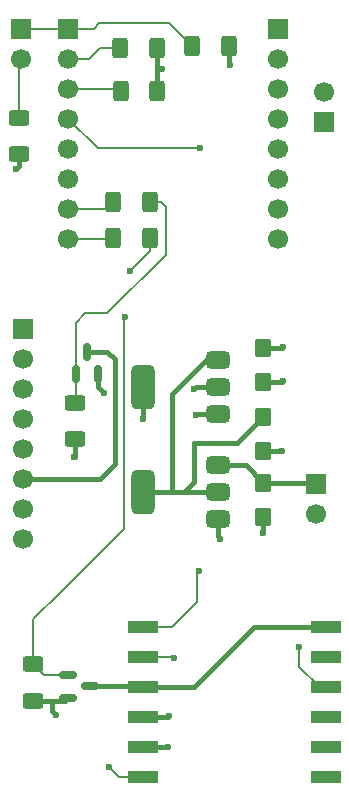
<source format=gbr>
%TF.GenerationSoftware,KiCad,Pcbnew,9.0.4*%
%TF.CreationDate,2025-09-14T15:21:26+10:00*%
%TF.ProjectId,opensenceesp32,6f70656e-7365-46e6-9365-65737033322e,rev?*%
%TF.SameCoordinates,Original*%
%TF.FileFunction,Copper,L1,Top*%
%TF.FilePolarity,Positive*%
%FSLAX46Y46*%
G04 Gerber Fmt 4.6, Leading zero omitted, Abs format (unit mm)*
G04 Created by KiCad (PCBNEW 9.0.4) date 2025-09-14 15:21:26*
%MOMM*%
%LPD*%
G01*
G04 APERTURE LIST*
G04 Aperture macros list*
%AMRoundRect*
0 Rectangle with rounded corners*
0 $1 Rounding radius*
0 $2 $3 $4 $5 $6 $7 $8 $9 X,Y pos of 4 corners*
0 Add a 4 corners polygon primitive as box body*
4,1,4,$2,$3,$4,$5,$6,$7,$8,$9,$2,$3,0*
0 Add four circle primitives for the rounded corners*
1,1,$1+$1,$2,$3*
1,1,$1+$1,$4,$5*
1,1,$1+$1,$6,$7*
1,1,$1+$1,$8,$9*
0 Add four rect primitives between the rounded corners*
20,1,$1+$1,$2,$3,$4,$5,0*
20,1,$1+$1,$4,$5,$6,$7,0*
20,1,$1+$1,$6,$7,$8,$9,0*
20,1,$1+$1,$8,$9,$2,$3,0*%
G04 Aperture macros list end*
%TA.AperFunction,ComponentPad*%
%ADD10C,1.700000*%
%TD*%
%TA.AperFunction,ComponentPad*%
%ADD11R,1.700000X1.700000*%
%TD*%
%TA.AperFunction,SMDPad,CuDef*%
%ADD12RoundRect,0.250000X0.625000X-0.400000X0.625000X0.400000X-0.625000X0.400000X-0.625000X-0.400000X0*%
%TD*%
%TA.AperFunction,SMDPad,CuDef*%
%ADD13RoundRect,0.375000X0.625000X0.375000X-0.625000X0.375000X-0.625000X-0.375000X0.625000X-0.375000X0*%
%TD*%
%TA.AperFunction,SMDPad,CuDef*%
%ADD14RoundRect,0.500000X0.500000X1.400000X-0.500000X1.400000X-0.500000X-1.400000X0.500000X-1.400000X0*%
%TD*%
%TA.AperFunction,SMDPad,CuDef*%
%ADD15RoundRect,0.250000X-0.445000X0.545000X-0.445000X-0.545000X0.445000X-0.545000X0.445000X0.545000X0*%
%TD*%
%TA.AperFunction,SMDPad,CuDef*%
%ADD16RoundRect,0.250000X-0.400000X-0.625000X0.400000X-0.625000X0.400000X0.625000X-0.400000X0.625000X0*%
%TD*%
%TA.AperFunction,SMDPad,CuDef*%
%ADD17RoundRect,0.250000X0.400000X0.625000X-0.400000X0.625000X-0.400000X-0.625000X0.400000X-0.625000X0*%
%TD*%
%TA.AperFunction,SMDPad,CuDef*%
%ADD18R,2.500000X1.000000*%
%TD*%
%TA.AperFunction,SMDPad,CuDef*%
%ADD19RoundRect,0.150000X0.150000X-0.587500X0.150000X0.587500X-0.150000X0.587500X-0.150000X-0.587500X0*%
%TD*%
%TA.AperFunction,SMDPad,CuDef*%
%ADD20RoundRect,0.150000X-0.587500X-0.150000X0.587500X-0.150000X0.587500X0.150000X-0.587500X0.150000X0*%
%TD*%
%TA.AperFunction,ViaPad*%
%ADD21C,0.600000*%
%TD*%
%TA.AperFunction,Conductor*%
%ADD22C,0.200000*%
%TD*%
%TA.AperFunction,Conductor*%
%ADD23C,0.400000*%
%TD*%
G04 APERTURE END LIST*
D10*
%TO.P,U4,0,GPIO0*%
%TO.N,unconnected-(U4-GPIO0-Pad0)*%
X239420400Y-81889600D03*
%TO.P,U4,1,GPIO1*%
%TO.N,/GPS_RESET*%
X239420400Y-79349600D03*
%TO.P,U4,2,GPIO2*%
%TO.N,unconnected-(U4-GPIO2-Pad2)*%
X239420400Y-76809600D03*
%TO.P,U4,3,GPIO21*%
%TO.N,/GPS_RX*%
X239420400Y-74269600D03*
%TO.P,U4,4,GPIO20*%
%TO.N,/GPS_TX*%
X239420400Y-71729600D03*
%TO.P,U4,5,3.3v*%
%TO.N,Net-(SW2-B)*%
X239420400Y-69189600D03*
%TO.P,U4,6,GND*%
%TO.N,GND*%
X239420400Y-66649600D03*
D11*
%TO.P,U4,7,5v*%
%TO.N,unconnected-(U4-5v-Pad7)*%
X239420400Y-64109600D03*
%TO.P,U4,8,GPIO10*%
%TO.N,Net-(U4-GPIO10)*%
X221640400Y-64109600D03*
D10*
%TO.P,U4,9,GPIO9*%
%TO.N,/SCL*%
X221640400Y-66649600D03*
%TO.P,U4,10,GPIO8*%
%TO.N,/SDA*%
X221640400Y-69189600D03*
%TO.P,U4,11,GPIO7*%
%TO.N,/1PPS*%
X221640400Y-71729600D03*
%TO.P,U4,12,GPIO6*%
%TO.N,unconnected-(U4-GPIO6-Pad12)*%
X221640400Y-74269600D03*
%TO.P,U4,13,GPIO5*%
%TO.N,unconnected-(U4-GPIO5-Pad13)*%
X221640400Y-76809600D03*
%TO.P,U4,14,GPIO4*%
%TO.N,/GPIO_GY86_ON*%
X221640400Y-79349600D03*
%TO.P,U4,15,GPIO3*%
%TO.N,/GPIO_GPS_ON*%
X221640400Y-81889600D03*
%TD*%
D11*
%TO.P,J2,1,Pin_1*%
%TO.N,VCC*%
X242570000Y-102616000D03*
D10*
%TO.P,J2,2,Pin_2*%
%TO.N,GND*%
X242570000Y-105156000D03*
%TD*%
D12*
%TO.P,R3,1*%
%TO.N,GND*%
X222199200Y-98856800D03*
%TO.P,R3,2*%
%TO.N,Net-(Q2-G)*%
X222199200Y-95756800D03*
%TD*%
D13*
%TO.P,U3,1,GND*%
%TO.N,GND*%
X234290000Y-105635000D03*
%TO.P,U3,2,VO*%
%TO.N,+5V*%
X234290000Y-103335000D03*
D14*
X227990000Y-103335000D03*
D13*
%TO.P,U3,3,VI*%
%TO.N,VCC*%
X234290000Y-101035000D03*
%TD*%
%TO.P,U2,1,GND*%
%TO.N,GND*%
X234290000Y-96745000D03*
%TO.P,U2,2,VO*%
%TO.N,+3.3V*%
X234290000Y-94445000D03*
D14*
X227990000Y-94445000D03*
D13*
%TO.P,U2,3,VI*%
%TO.N,+5V*%
X234290000Y-92145000D03*
%TD*%
D15*
%TO.P,C1,1*%
%TO.N,+5V*%
X238125000Y-96985000D03*
%TO.P,C1,2*%
%TO.N,GND*%
X238125000Y-99865000D03*
%TD*%
D12*
%TO.P,R1,1*%
%TO.N,GND*%
X218643200Y-120980800D03*
%TO.P,R1,2*%
%TO.N,Net-(Q1-G)*%
X218643200Y-117880800D03*
%TD*%
D11*
%TO.P,SW1,1,1*%
%TO.N,Net-(U4-GPIO10)*%
X217652000Y-64084200D03*
D10*
%TO.P,SW1,2,2*%
%TO.N,Net-(R8-Pad2)*%
X217652000Y-66624200D03*
%TD*%
D16*
%TO.P,R2,1*%
%TO.N,/GPIO_GY86_ON*%
X225449200Y-78790800D03*
%TO.P,R2,2*%
%TO.N,Net-(Q2-G)*%
X228549200Y-78790800D03*
%TD*%
D15*
%TO.P,C2,1*%
%TO.N,+3.3V*%
X238125000Y-91100000D03*
%TO.P,C2,2*%
%TO.N,GND*%
X238125000Y-93980000D03*
%TD*%
D17*
%TO.P,R7,1*%
%TO.N,GND*%
X235204000Y-65582800D03*
%TO.P,R7,2*%
%TO.N,Net-(U4-GPIO10)*%
X232104000Y-65582800D03*
%TD*%
D12*
%TO.P,R8,1*%
%TO.N,+3.3V*%
X217424000Y-74726800D03*
%TO.P,R8,2*%
%TO.N,Net-(R8-Pad2)*%
X217424000Y-71626800D03*
%TD*%
D16*
%TO.P,R5,1*%
%TO.N,/SCL*%
X226009200Y-65735200D03*
%TO.P,R5,2*%
%TO.N,+3.3V*%
X229109200Y-65735200D03*
%TD*%
D11*
%TO.P,J1,1,Pin_1*%
%TO.N,unconnected-(J1-Pin_1-Pad1)*%
X217805000Y-89535000D03*
D10*
%TO.P,J1,2,Pin_2*%
%TO.N,unconnected-(J1-Pin_2-Pad2)*%
X217805000Y-92075000D03*
%TO.P,J1,3,Pin_3*%
%TO.N,unconnected-(J1-Pin_3-Pad3)*%
X217805000Y-94615000D03*
%TO.P,J1,4,Pin_4*%
%TO.N,/SDA*%
X217805000Y-97155000D03*
%TO.P,J1,5,Pin_5*%
%TO.N,/SCL*%
X217805000Y-99695000D03*
%TO.P,J1,6,Pin_6*%
%TO.N,/GY_87_GND_SW*%
X217805000Y-102235000D03*
%TO.P,J1,7,Pin_7*%
%TO.N,+3.3V*%
X217805000Y-104775000D03*
%TO.P,J1,8,Pin_8*%
%TO.N,unconnected-(J1-Pin_8-Pad8)*%
X217805000Y-107315000D03*
%TD*%
D18*
%TO.P,U1,1,RXD1*%
%TO.N,/GPS_RX*%
X227962000Y-114749200D03*
%TO.P,U1,2,TXD1*%
%TO.N,/GPS_TX*%
X227962000Y-117289200D03*
%TO.P,U1,3,GND*%
%TO.N,/L80_GND_SW*%
X227962000Y-119829200D03*
%TO.P,U1,4,VCC*%
%TO.N,+3.3V*%
X227962000Y-122369200D03*
%TO.P,U1,5,V_BCKP*%
X227962000Y-124909200D03*
%TO.P,U1,6,1PPS*%
%TO.N,/1PPS*%
X227962000Y-127449200D03*
%TO.P,U1,7,RESERVED*%
%TO.N,unconnected-(U1-RESERVED-Pad7)*%
X243462000Y-127449200D03*
%TO.P,U1,8,RESERVED*%
%TO.N,unconnected-(U1-RESERVED-Pad8)*%
X243462000Y-124909200D03*
%TO.P,U1,9,NC*%
%TO.N,unconnected-(U1-NC-Pad9)*%
X243462000Y-122369200D03*
%TO.P,U1,10,~{RESET}*%
%TO.N,/GPS_RESET*%
X243462000Y-119829200D03*
%TO.P,U1,11,RESERVED*%
%TO.N,unconnected-(U1-RESERVED-Pad11)*%
X243462000Y-117289200D03*
%TO.P,U1,12,GND*%
%TO.N,/L80_GND_SW*%
X243462000Y-114749200D03*
%TD*%
D15*
%TO.P,C3,1*%
%TO.N,VCC*%
X238125000Y-102530000D03*
%TO.P,C3,2*%
%TO.N,GND*%
X238125000Y-105410000D03*
%TD*%
D11*
%TO.P,SW2,1,A*%
%TO.N,+3.3V*%
X243256200Y-72014400D03*
D10*
%TO.P,SW2,2,B*%
%TO.N,Net-(SW2-B)*%
X243256200Y-69474400D03*
%TD*%
D16*
%TO.P,R4,1*%
%TO.N,/GPIO_GPS_ON*%
X225424400Y-81788000D03*
%TO.P,R4,2*%
%TO.N,Net-(Q1-G)*%
X228524400Y-81788000D03*
%TD*%
%TO.P,R6,1*%
%TO.N,/SDA*%
X226060000Y-69342000D03*
%TO.P,R6,2*%
%TO.N,+3.3V*%
X229160000Y-69342000D03*
%TD*%
D19*
%TO.P,Q2,1,G*%
%TO.N,Net-(Q2-G)*%
X222250000Y-93345000D03*
%TO.P,Q2,2,S*%
%TO.N,GND*%
X224150000Y-93345000D03*
%TO.P,Q2,3,D*%
%TO.N,/GY_87_GND_SW*%
X223200000Y-91470000D03*
%TD*%
D20*
%TO.P,Q1,1,G*%
%TO.N,Net-(Q1-G)*%
X221566500Y-118836400D03*
%TO.P,Q1,2,S*%
%TO.N,GND*%
X221566500Y-120736400D03*
%TO.P,Q1,3,D*%
%TO.N,/L80_GND_SW*%
X223441500Y-119786400D03*
%TD*%
D21*
%TO.N,Net-(Q1-G)*%
X226441000Y-88519000D03*
X226822000Y-84582000D03*
%TO.N,/1PPS*%
X232765600Y-74218800D03*
X225094800Y-126644400D03*
%TO.N,/GPS_RESET*%
X241198400Y-116433600D03*
%TO.N,+3.3V*%
X239776000Y-91033600D03*
%TO.N,/GPS_TX*%
X230581200Y-117348000D03*
%TO.N,/GPS_RX*%
X232714800Y-110032800D03*
%TO.N,+3.3V*%
X217220800Y-75946000D03*
%TO.N,GND*%
X235305600Y-67208400D03*
%TO.N,+3.3V*%
X229565200Y-67513200D03*
%TO.N,GND*%
X224637600Y-94945200D03*
X222148400Y-100380800D03*
%TO.N,+3.3V*%
X227939600Y-97129600D03*
X232257600Y-94640400D03*
%TO.N,GND*%
X232460800Y-96824800D03*
X234492800Y-107289600D03*
X238099600Y-106832400D03*
X239725200Y-99872800D03*
X239776000Y-93929200D03*
%TO.N,+3.3V*%
X230124000Y-122326400D03*
X230073200Y-124917200D03*
%TO.N,GND*%
X220573600Y-122224800D03*
%TD*%
D22*
%TO.N,Net-(Q1-G)*%
X228524400Y-82879600D02*
X228524400Y-81788000D01*
X226822000Y-84582000D02*
X228524400Y-82879600D01*
X226314000Y-106045000D02*
X226314000Y-89154000D01*
X226314000Y-89154000D02*
X226314000Y-88646000D01*
X226060000Y-106680000D02*
X226314000Y-106426000D01*
X226314000Y-106426000D02*
X226314000Y-106045000D01*
X226314000Y-88646000D02*
X226441000Y-88519000D01*
X220980000Y-111760000D02*
X226060000Y-106680000D01*
X218643200Y-114096800D02*
X220980000Y-111760000D01*
X218643200Y-117880800D02*
X218643200Y-114096800D01*
%TO.N,/1PPS*%
X224155000Y-74218800D02*
X221640400Y-71704200D01*
X232765600Y-74218800D02*
X224155000Y-74218800D01*
X225899600Y-127449200D02*
X225094800Y-126644400D01*
X227962000Y-127449200D02*
X225899600Y-127449200D01*
%TO.N,/GPS_RESET*%
X241198400Y-118110000D02*
X241198400Y-116433600D01*
X242917600Y-119829200D02*
X241198400Y-118110000D01*
X243462000Y-119829200D02*
X242917600Y-119829200D01*
D23*
%TO.N,+3.3V*%
X239709600Y-91100000D02*
X239776000Y-91033600D01*
X238125000Y-91100000D02*
X239709600Y-91100000D01*
D22*
%TO.N,/GPS_TX*%
X230522400Y-117289200D02*
X227962000Y-117289200D01*
X230581200Y-117348000D02*
X230522400Y-117289200D01*
%TO.N,/GPS_RX*%
X232511600Y-110236000D02*
X232714800Y-110032800D01*
X232511600Y-112674400D02*
X232511600Y-110236000D01*
X230436800Y-114749200D02*
X232511600Y-112674400D01*
X227962000Y-114749200D02*
X230436800Y-114749200D01*
D23*
%TO.N,/GY_87_GND_SW*%
X224307400Y-102235000D02*
X217805000Y-102235000D01*
X225552000Y-100990400D02*
X224307400Y-102235000D01*
X225552000Y-92100400D02*
X225552000Y-100990400D01*
X224921600Y-91470000D02*
X225552000Y-92100400D01*
X223200000Y-91470000D02*
X224921600Y-91470000D01*
D22*
%TO.N,Net-(Q2-G)*%
X222250000Y-95706000D02*
X222199200Y-95756800D01*
X222250000Y-93345000D02*
X222250000Y-95706000D01*
%TO.N,Net-(R8-Pad2)*%
X217424000Y-66852200D02*
X217652000Y-66624200D01*
X217424000Y-71626800D02*
X217424000Y-66852200D01*
%TO.N,Net-(U4-GPIO10)*%
X230173600Y-63652400D02*
X232104000Y-65582800D01*
X223799400Y-64084200D02*
X224231200Y-63652400D01*
X221640400Y-64084200D02*
X223799400Y-64084200D01*
X224231200Y-63652400D02*
X230173600Y-63652400D01*
X217652000Y-64084200D02*
X221640400Y-64084200D01*
%TO.N,/SCL*%
X224282000Y-65735200D02*
X226009200Y-65735200D01*
X223393000Y-66624200D02*
X224282000Y-65735200D01*
X221640400Y-66624200D02*
X223393000Y-66624200D01*
%TO.N,/SDA*%
X225882200Y-69164200D02*
X226060000Y-69342000D01*
X221640400Y-69164200D02*
X225882200Y-69164200D01*
%TO.N,/GPIO_GY86_ON*%
X224915800Y-79324200D02*
X225449200Y-78790800D01*
X221640400Y-79324200D02*
X224915800Y-79324200D01*
%TO.N,/GPIO_GPS_ON*%
X225348200Y-81864200D02*
X225424400Y-81788000D01*
X221640400Y-81864200D02*
X225348200Y-81864200D01*
D23*
%TO.N,+3.3V*%
X217424000Y-75742800D02*
X217220800Y-75946000D01*
X217424000Y-74726800D02*
X217424000Y-75742800D01*
%TO.N,GND*%
X235204000Y-67106800D02*
X235305600Y-67208400D01*
X235204000Y-65582800D02*
X235204000Y-67106800D01*
%TO.N,+3.3V*%
X229160000Y-67462400D02*
X229514400Y-67462400D01*
X229514400Y-67462400D02*
X229565200Y-67513200D01*
X229160000Y-67462400D02*
X229160000Y-65786000D01*
X229160000Y-65786000D02*
X229109200Y-65735200D01*
X229160000Y-69342000D02*
X229160000Y-67462400D01*
%TO.N,GND*%
X224150000Y-94457600D02*
X224637600Y-94945200D01*
X224150000Y-93345000D02*
X224150000Y-94457600D01*
X222199200Y-100330000D02*
X222148400Y-100380800D01*
X222199200Y-98856800D02*
X222199200Y-100330000D01*
%TO.N,+5V*%
X230378000Y-95057000D02*
X233290000Y-92145000D01*
X230378000Y-103335000D02*
X230378000Y-95057000D01*
X230378000Y-103335000D02*
X231444800Y-103335000D01*
X233290000Y-92145000D02*
X234290000Y-92145000D01*
%TO.N,+3.3V*%
X227990000Y-97079200D02*
X227939600Y-97129600D01*
X227990000Y-94445000D02*
X227990000Y-97079200D01*
X232453000Y-94445000D02*
X232257600Y-94640400D01*
X234290000Y-94445000D02*
X232453000Y-94445000D01*
%TO.N,GND*%
X232540600Y-96745000D02*
X232460800Y-96824800D01*
X234290000Y-96745000D02*
X232540600Y-96745000D01*
X234290000Y-107086800D02*
X234492800Y-107289600D01*
X234290000Y-105635000D02*
X234290000Y-107086800D01*
X238125000Y-106807000D02*
X238099600Y-106832400D01*
X238125000Y-105410000D02*
X238125000Y-106807000D01*
X239717400Y-99865000D02*
X239725200Y-99872800D01*
X238125000Y-99865000D02*
X239717400Y-99865000D01*
X239725200Y-93980000D02*
X239776000Y-93929200D01*
X238125000Y-93980000D02*
X239725200Y-93980000D01*
%TO.N,+3.3V*%
X230081200Y-122369200D02*
X230124000Y-122326400D01*
X227962000Y-122369200D02*
X230081200Y-122369200D01*
X230065200Y-124909200D02*
X230073200Y-124917200D01*
X227962000Y-124909200D02*
X230065200Y-124909200D01*
%TO.N,+5V*%
X232308400Y-102471400D02*
X232308400Y-99161600D01*
X232308400Y-99161600D02*
X235948400Y-99161600D01*
X231444800Y-103335000D02*
X232308400Y-102471400D01*
X231444800Y-103335000D02*
X234290000Y-103335000D01*
X235948400Y-99161600D02*
X238125000Y-96985000D01*
X227990000Y-103335000D02*
X230378000Y-103335000D01*
%TO.N,VCC*%
X242484000Y-102530000D02*
X242570000Y-102616000D01*
X238125000Y-102530000D02*
X242484000Y-102530000D01*
X236630000Y-101035000D02*
X238125000Y-102530000D01*
X234290000Y-101035000D02*
X236630000Y-101035000D01*
%TO.N,/L80_GND_SW*%
X237345600Y-114749200D02*
X243462000Y-114749200D01*
X232265600Y-119829200D02*
X237345600Y-114749200D01*
X227962000Y-119829200D02*
X232265600Y-119829200D01*
X223441500Y-119786400D02*
X227919200Y-119786400D01*
X227919200Y-119786400D02*
X227962000Y-119829200D01*
D22*
%TO.N,Net-(Q1-G)*%
X219598800Y-118836400D02*
X221566500Y-118836400D01*
X218643200Y-117880800D02*
X219598800Y-118836400D01*
D23*
%TO.N,GND*%
X220218000Y-121869200D02*
X220573600Y-122224800D01*
X220218000Y-120980800D02*
X221322100Y-120980800D01*
X220218000Y-120980800D02*
X220218000Y-121869200D01*
X221322100Y-120980800D02*
X221566500Y-120736400D01*
X218643200Y-120980800D02*
X220218000Y-120980800D01*
D22*
%TO.N,Net-(Q2-G)*%
X224942400Y-88188800D02*
X223062800Y-88188800D01*
X228549200Y-78790800D02*
X229463600Y-78790800D01*
X229463600Y-78790800D02*
X229870000Y-79197200D01*
X229870000Y-79197200D02*
X229870000Y-83261200D01*
X223062800Y-88188800D02*
X222250000Y-89001600D01*
X229870000Y-83261200D02*
X224942400Y-88188800D01*
X222250000Y-89001600D02*
X222250000Y-93345000D01*
%TD*%
M02*

</source>
